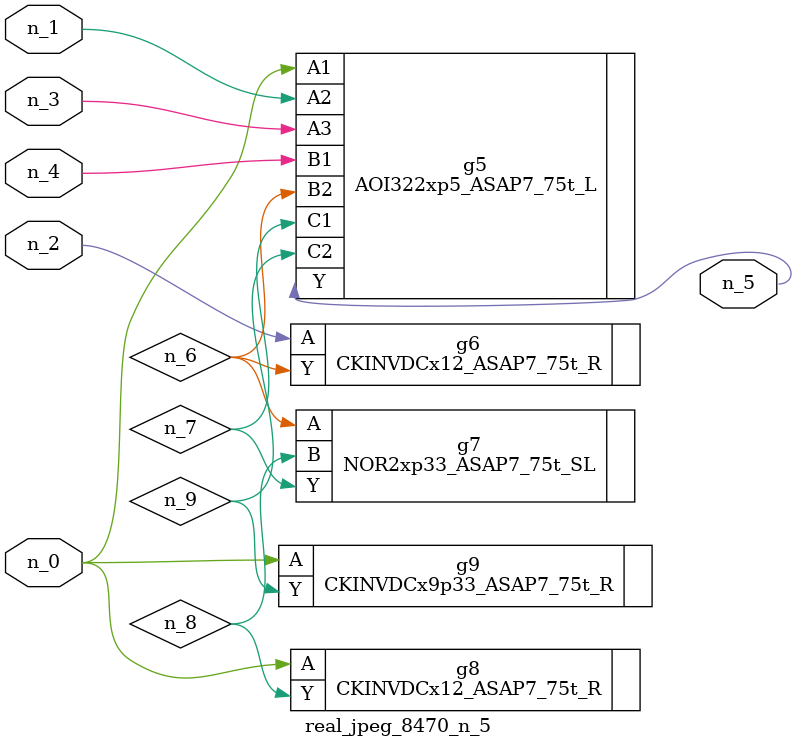
<source format=v>
module real_jpeg_8470_n_5 (n_4, n_0, n_1, n_2, n_3, n_5);

input n_4;
input n_0;
input n_1;
input n_2;
input n_3;

output n_5;

wire n_8;
wire n_6;
wire n_7;
wire n_9;

AOI322xp5_ASAP7_75t_L g5 ( 
.A1(n_0),
.A2(n_1),
.A3(n_3),
.B1(n_4),
.B2(n_6),
.C1(n_7),
.C2(n_9),
.Y(n_5)
);

CKINVDCx12_ASAP7_75t_R g8 ( 
.A(n_0),
.Y(n_8)
);

CKINVDCx9p33_ASAP7_75t_R g9 ( 
.A(n_0),
.Y(n_9)
);

CKINVDCx12_ASAP7_75t_R g6 ( 
.A(n_2),
.Y(n_6)
);

NOR2xp33_ASAP7_75t_SL g7 ( 
.A(n_6),
.B(n_8),
.Y(n_7)
);


endmodule
</source>
